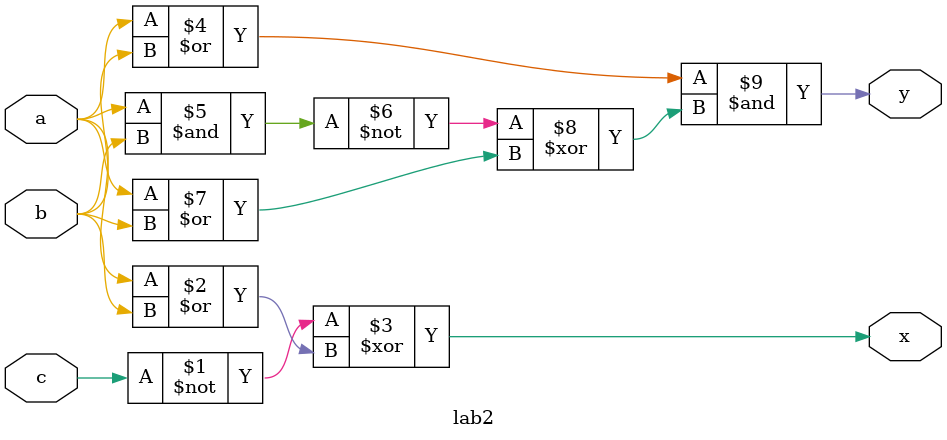
<source format=sv>

module lab2(
     output x,y,
     input a,b,c
     

    );
 assign x=(~c) ^ (a|b);
 assign y=(a | b) & ( ~(a & b) ^ ( a | b));
    
endmodule
</source>
